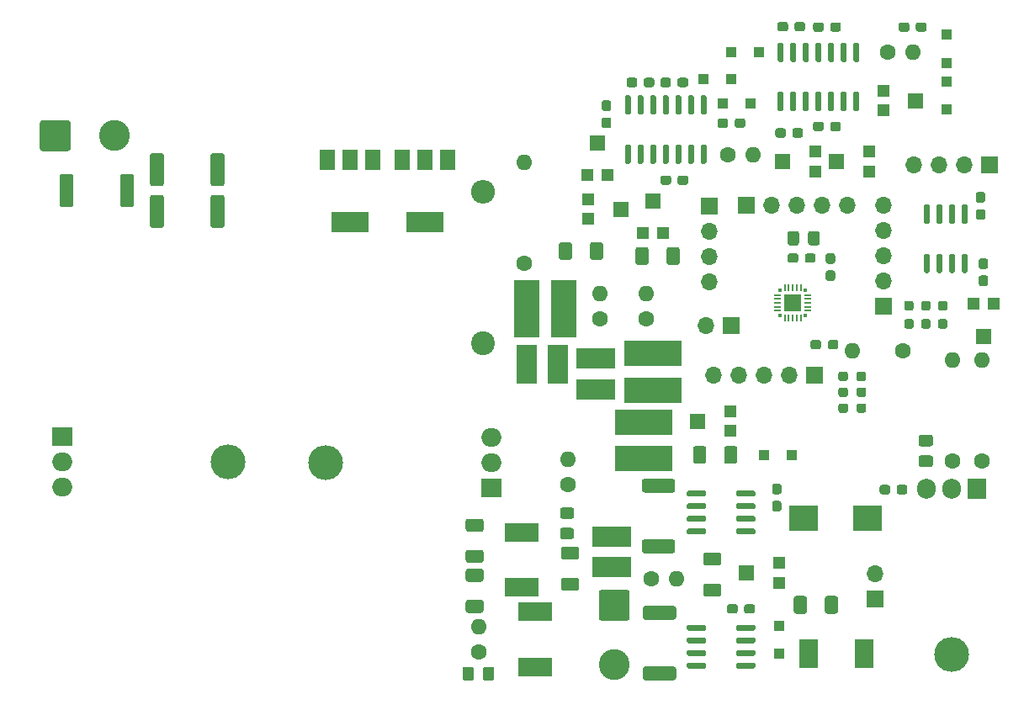
<source format=gbr>
%TF.GenerationSoftware,KiCad,Pcbnew,5.1.9-73d0e3b20d~88~ubuntu20.04.1*%
%TF.CreationDate,2021-03-11T22:20:10-06:00*%
%TF.ProjectId,brd,6272642e-6b69-4636-9164-5f7063625858,rev?*%
%TF.SameCoordinates,Original*%
%TF.FileFunction,Soldermask,Top*%
%TF.FilePolarity,Negative*%
%FSLAX46Y46*%
G04 Gerber Fmt 4.6, Leading zero omitted, Abs format (unit mm)*
G04 Created by KiCad (PCBNEW 5.1.9-73d0e3b20d~88~ubuntu20.04.1) date 2021-03-11 22:20:10*
%MOMM*%
%LPD*%
G01*
G04 APERTURE LIST*
%ADD10O,1.600000X1.600000*%
%ADD11C,1.600000*%
%ADD12R,4.000000X2.100000*%
%ADD13R,2.100000X4.000000*%
%ADD14R,5.800000X2.500000*%
%ADD15R,2.500000X5.800000*%
%ADD16R,1.500000X1.600000*%
%ADD17R,1.200000X1.200000*%
%ADD18O,1.905000X2.000000*%
%ADD19R,1.905000X2.000000*%
%ADD20O,3.500000X3.500000*%
%ADD21R,1.600000X1.500000*%
%ADD22O,2.400000X2.400000*%
%ADD23C,2.400000*%
%ADD24O,2.000000X1.905000*%
%ADD25R,2.000000X1.905000*%
%ADD26R,1.500000X2.000000*%
%ADD27R,3.800000X2.000000*%
%ADD28R,1.950000X3.000000*%
%ADD29R,2.950000X2.500000*%
%ADD30R,3.500000X1.850000*%
%ADD31O,1.700000X1.700000*%
%ADD32R,1.700000X1.700000*%
%ADD33C,3.100000*%
%ADD34R,1.800000X1.800000*%
%ADD35R,0.800000X0.200000*%
%ADD36R,0.300000X0.300000*%
%ADD37R,0.200000X0.800000*%
%ADD38R,1.100000X1.100000*%
G04 APERTURE END LIST*
D10*
%TO.C,R24*%
X87940000Y-109200000D03*
D11*
X85400000Y-109200000D03*
%TD*%
D10*
%TO.C,R23*%
X84900000Y-80560000D03*
D11*
X84900000Y-83100000D03*
%TD*%
D10*
%TO.C,R22*%
X80200000Y-80560000D03*
D11*
X80200000Y-83100000D03*
%TD*%
D10*
%TO.C,R21*%
X67975000Y-114085000D03*
D11*
X67975000Y-116625000D03*
%TD*%
D10*
%TO.C,R8*%
X76950000Y-97185000D03*
D11*
X76950000Y-99725000D03*
%TD*%
D12*
%TO.C,L12*%
X81400000Y-108050000D03*
X81400000Y-104950000D03*
%TD*%
%TO.C,L11*%
X79800000Y-87050000D03*
X79800000Y-90150000D03*
%TD*%
D13*
%TO.C,L10*%
X75950000Y-87600000D03*
X72850000Y-87600000D03*
%TD*%
D14*
%TO.C,L9*%
X85500000Y-86550000D03*
X85500000Y-90250000D03*
%TD*%
%TO.C,L8*%
G36*
G01*
X67525000Y-118324999D02*
X67525000Y-119225001D01*
G75*
G02*
X67275001Y-119475000I-249999J0D01*
G01*
X66624999Y-119475000D01*
G75*
G02*
X66375000Y-119225001I0J249999D01*
G01*
X66375000Y-118324999D01*
G75*
G02*
X66624999Y-118075000I249999J0D01*
G01*
X67275001Y-118075000D01*
G75*
G02*
X67525000Y-118324999I0J-249999D01*
G01*
G37*
G36*
G01*
X69575000Y-118324999D02*
X69575000Y-119225001D01*
G75*
G02*
X69325001Y-119475000I-249999J0D01*
G01*
X68674999Y-119475000D01*
G75*
G02*
X68425000Y-119225001I0J249999D01*
G01*
X68425000Y-118324999D01*
G75*
G02*
X68674999Y-118075000I249999J0D01*
G01*
X69325001Y-118075000D01*
G75*
G02*
X69575000Y-118324999I0J-249999D01*
G01*
G37*
%TD*%
%TO.C,L6*%
X84600000Y-97150000D03*
X84600000Y-93450000D03*
%TD*%
%TO.C,L4*%
G36*
G01*
X76449999Y-104090000D02*
X77350001Y-104090000D01*
G75*
G02*
X77600000Y-104339999I0J-249999D01*
G01*
X77600000Y-104990001D01*
G75*
G02*
X77350001Y-105240000I-249999J0D01*
G01*
X76449999Y-105240000D01*
G75*
G02*
X76200000Y-104990001I0J249999D01*
G01*
X76200000Y-104339999D01*
G75*
G02*
X76449999Y-104090000I249999J0D01*
G01*
G37*
G36*
G01*
X76449999Y-102040000D02*
X77350001Y-102040000D01*
G75*
G02*
X77600000Y-102289999I0J-249999D01*
G01*
X77600000Y-102940001D01*
G75*
G02*
X77350001Y-103190000I-249999J0D01*
G01*
X76449999Y-103190000D01*
G75*
G02*
X76200000Y-102940001I0J249999D01*
G01*
X76200000Y-102289999D01*
G75*
G02*
X76449999Y-102040000I249999J0D01*
G01*
G37*
%TD*%
D15*
%TO.C,L3*%
X76550000Y-82000000D03*
X72850000Y-82000000D03*
%TD*%
%TO.C,C18*%
G36*
G01*
X92150002Y-107900000D02*
X90849998Y-107900000D01*
G75*
G02*
X90600000Y-107650002I0J249998D01*
G01*
X90600000Y-106824998D01*
G75*
G02*
X90849998Y-106575000I249998J0D01*
G01*
X92150002Y-106575000D01*
G75*
G02*
X92400000Y-106824998I0J-249998D01*
G01*
X92400000Y-107650002D01*
G75*
G02*
X92150002Y-107900000I-249998J0D01*
G01*
G37*
G36*
G01*
X92150002Y-111025000D02*
X90849998Y-111025000D01*
G75*
G02*
X90600000Y-110775002I0J249998D01*
G01*
X90600000Y-109949998D01*
G75*
G02*
X90849998Y-109700000I249998J0D01*
G01*
X92150002Y-109700000D01*
G75*
G02*
X92400000Y-109949998I0J-249998D01*
G01*
X92400000Y-110775002D01*
G75*
G02*
X92150002Y-111025000I-249998J0D01*
G01*
G37*
%TD*%
%TO.C,C7*%
G36*
G01*
X76549998Y-109100000D02*
X77850002Y-109100000D01*
G75*
G02*
X78100000Y-109349998I0J-249998D01*
G01*
X78100000Y-110175002D01*
G75*
G02*
X77850002Y-110425000I-249998J0D01*
G01*
X76549998Y-110425000D01*
G75*
G02*
X76300000Y-110175002I0J249998D01*
G01*
X76300000Y-109349998D01*
G75*
G02*
X76549998Y-109100000I249998J0D01*
G01*
G37*
G36*
G01*
X76549998Y-105975000D02*
X77850002Y-105975000D01*
G75*
G02*
X78100000Y-106224998I0J-249998D01*
G01*
X78100000Y-107050002D01*
G75*
G02*
X77850002Y-107300000I-249998J0D01*
G01*
X76549998Y-107300000D01*
G75*
G02*
X76300000Y-107050002I0J249998D01*
G01*
X76300000Y-106224998D01*
G75*
G02*
X76549998Y-105975000I249998J0D01*
G01*
G37*
%TD*%
D16*
%TO.C,RV5*%
X90050000Y-93350000D03*
D17*
X93300000Y-92350000D03*
X93300000Y-94350000D03*
%TD*%
D10*
%TO.C,R9*%
X111685100Y-56221900D03*
D11*
X109145100Y-56221900D03*
%TD*%
D10*
%TO.C,R7*%
X95591500Y-66559000D03*
D11*
X93051500Y-66559000D03*
%TD*%
D10*
%TO.C,R14*%
X105620000Y-86250000D03*
D11*
X110700000Y-86250000D03*
%TD*%
%TO.C,U6*%
G36*
G01*
X116765468Y-76500648D02*
X117065468Y-76500648D01*
G75*
G02*
X117215468Y-76650648I0J-150000D01*
G01*
X117215468Y-78300648D01*
G75*
G02*
X117065468Y-78450648I-150000J0D01*
G01*
X116765468Y-78450648D01*
G75*
G02*
X116615468Y-78300648I0J150000D01*
G01*
X116615468Y-76650648D01*
G75*
G02*
X116765468Y-76500648I150000J0D01*
G01*
G37*
G36*
G01*
X115495468Y-76500648D02*
X115795468Y-76500648D01*
G75*
G02*
X115945468Y-76650648I0J-150000D01*
G01*
X115945468Y-78300648D01*
G75*
G02*
X115795468Y-78450648I-150000J0D01*
G01*
X115495468Y-78450648D01*
G75*
G02*
X115345468Y-78300648I0J150000D01*
G01*
X115345468Y-76650648D01*
G75*
G02*
X115495468Y-76500648I150000J0D01*
G01*
G37*
G36*
G01*
X114225468Y-76500648D02*
X114525468Y-76500648D01*
G75*
G02*
X114675468Y-76650648I0J-150000D01*
G01*
X114675468Y-78300648D01*
G75*
G02*
X114525468Y-78450648I-150000J0D01*
G01*
X114225468Y-78450648D01*
G75*
G02*
X114075468Y-78300648I0J150000D01*
G01*
X114075468Y-76650648D01*
G75*
G02*
X114225468Y-76500648I150000J0D01*
G01*
G37*
G36*
G01*
X112955468Y-76500648D02*
X113255468Y-76500648D01*
G75*
G02*
X113405468Y-76650648I0J-150000D01*
G01*
X113405468Y-78300648D01*
G75*
G02*
X113255468Y-78450648I-150000J0D01*
G01*
X112955468Y-78450648D01*
G75*
G02*
X112805468Y-78300648I0J150000D01*
G01*
X112805468Y-76650648D01*
G75*
G02*
X112955468Y-76500648I150000J0D01*
G01*
G37*
G36*
G01*
X112955468Y-71550648D02*
X113255468Y-71550648D01*
G75*
G02*
X113405468Y-71700648I0J-150000D01*
G01*
X113405468Y-73350648D01*
G75*
G02*
X113255468Y-73500648I-150000J0D01*
G01*
X112955468Y-73500648D01*
G75*
G02*
X112805468Y-73350648I0J150000D01*
G01*
X112805468Y-71700648D01*
G75*
G02*
X112955468Y-71550648I150000J0D01*
G01*
G37*
G36*
G01*
X114225468Y-71550648D02*
X114525468Y-71550648D01*
G75*
G02*
X114675468Y-71700648I0J-150000D01*
G01*
X114675468Y-73350648D01*
G75*
G02*
X114525468Y-73500648I-150000J0D01*
G01*
X114225468Y-73500648D01*
G75*
G02*
X114075468Y-73350648I0J150000D01*
G01*
X114075468Y-71700648D01*
G75*
G02*
X114225468Y-71550648I150000J0D01*
G01*
G37*
G36*
G01*
X115495468Y-71550648D02*
X115795468Y-71550648D01*
G75*
G02*
X115945468Y-71700648I0J-150000D01*
G01*
X115945468Y-73350648D01*
G75*
G02*
X115795468Y-73500648I-150000J0D01*
G01*
X115495468Y-73500648D01*
G75*
G02*
X115345468Y-73350648I0J150000D01*
G01*
X115345468Y-71700648D01*
G75*
G02*
X115495468Y-71550648I150000J0D01*
G01*
G37*
G36*
G01*
X116765468Y-71550648D02*
X117065468Y-71550648D01*
G75*
G02*
X117215468Y-71700648I0J-150000D01*
G01*
X117215468Y-73350648D01*
G75*
G02*
X117065468Y-73500648I-150000J0D01*
G01*
X116765468Y-73500648D01*
G75*
G02*
X116615468Y-73350648I0J150000D01*
G01*
X116615468Y-71700648D01*
G75*
G02*
X116765468Y-71550648I150000J0D01*
G01*
G37*
%TD*%
D18*
%TO.C,U5*%
X113070000Y-100200000D03*
X115610000Y-100200000D03*
D19*
X118150000Y-100200000D03*
D20*
X115610000Y-116860000D03*
%TD*%
%TO.C,U4*%
G36*
G01*
X90900000Y-104305000D02*
X90900000Y-104605000D01*
G75*
G02*
X90750000Y-104755000I-150000J0D01*
G01*
X89100000Y-104755000D01*
G75*
G02*
X88950000Y-104605000I0J150000D01*
G01*
X88950000Y-104305000D01*
G75*
G02*
X89100000Y-104155000I150000J0D01*
G01*
X90750000Y-104155000D01*
G75*
G02*
X90900000Y-104305000I0J-150000D01*
G01*
G37*
G36*
G01*
X90900000Y-103035000D02*
X90900000Y-103335000D01*
G75*
G02*
X90750000Y-103485000I-150000J0D01*
G01*
X89100000Y-103485000D01*
G75*
G02*
X88950000Y-103335000I0J150000D01*
G01*
X88950000Y-103035000D01*
G75*
G02*
X89100000Y-102885000I150000J0D01*
G01*
X90750000Y-102885000D01*
G75*
G02*
X90900000Y-103035000I0J-150000D01*
G01*
G37*
G36*
G01*
X90900000Y-101765000D02*
X90900000Y-102065000D01*
G75*
G02*
X90750000Y-102215000I-150000J0D01*
G01*
X89100000Y-102215000D01*
G75*
G02*
X88950000Y-102065000I0J150000D01*
G01*
X88950000Y-101765000D01*
G75*
G02*
X89100000Y-101615000I150000J0D01*
G01*
X90750000Y-101615000D01*
G75*
G02*
X90900000Y-101765000I0J-150000D01*
G01*
G37*
G36*
G01*
X90900000Y-100495000D02*
X90900000Y-100795000D01*
G75*
G02*
X90750000Y-100945000I-150000J0D01*
G01*
X89100000Y-100945000D01*
G75*
G02*
X88950000Y-100795000I0J150000D01*
G01*
X88950000Y-100495000D01*
G75*
G02*
X89100000Y-100345000I150000J0D01*
G01*
X90750000Y-100345000D01*
G75*
G02*
X90900000Y-100495000I0J-150000D01*
G01*
G37*
G36*
G01*
X95850000Y-100495000D02*
X95850000Y-100795000D01*
G75*
G02*
X95700000Y-100945000I-150000J0D01*
G01*
X94050000Y-100945000D01*
G75*
G02*
X93900000Y-100795000I0J150000D01*
G01*
X93900000Y-100495000D01*
G75*
G02*
X94050000Y-100345000I150000J0D01*
G01*
X95700000Y-100345000D01*
G75*
G02*
X95850000Y-100495000I0J-150000D01*
G01*
G37*
G36*
G01*
X95850000Y-101765000D02*
X95850000Y-102065000D01*
G75*
G02*
X95700000Y-102215000I-150000J0D01*
G01*
X94050000Y-102215000D01*
G75*
G02*
X93900000Y-102065000I0J150000D01*
G01*
X93900000Y-101765000D01*
G75*
G02*
X94050000Y-101615000I150000J0D01*
G01*
X95700000Y-101615000D01*
G75*
G02*
X95850000Y-101765000I0J-150000D01*
G01*
G37*
G36*
G01*
X95850000Y-103035000D02*
X95850000Y-103335000D01*
G75*
G02*
X95700000Y-103485000I-150000J0D01*
G01*
X94050000Y-103485000D01*
G75*
G02*
X93900000Y-103335000I0J150000D01*
G01*
X93900000Y-103035000D01*
G75*
G02*
X94050000Y-102885000I150000J0D01*
G01*
X95700000Y-102885000D01*
G75*
G02*
X95850000Y-103035000I0J-150000D01*
G01*
G37*
G36*
G01*
X95850000Y-104305000D02*
X95850000Y-104605000D01*
G75*
G02*
X95700000Y-104755000I-150000J0D01*
G01*
X94050000Y-104755000D01*
G75*
G02*
X93900000Y-104605000I0J150000D01*
G01*
X93900000Y-104305000D01*
G75*
G02*
X94050000Y-104155000I150000J0D01*
G01*
X95700000Y-104155000D01*
G75*
G02*
X95850000Y-104305000I0J-150000D01*
G01*
G37*
%TD*%
%TO.C,U3*%
G36*
G01*
X90900000Y-117805000D02*
X90900000Y-118105000D01*
G75*
G02*
X90750000Y-118255000I-150000J0D01*
G01*
X89100000Y-118255000D01*
G75*
G02*
X88950000Y-118105000I0J150000D01*
G01*
X88950000Y-117805000D01*
G75*
G02*
X89100000Y-117655000I150000J0D01*
G01*
X90750000Y-117655000D01*
G75*
G02*
X90900000Y-117805000I0J-150000D01*
G01*
G37*
G36*
G01*
X90900000Y-116535000D02*
X90900000Y-116835000D01*
G75*
G02*
X90750000Y-116985000I-150000J0D01*
G01*
X89100000Y-116985000D01*
G75*
G02*
X88950000Y-116835000I0J150000D01*
G01*
X88950000Y-116535000D01*
G75*
G02*
X89100000Y-116385000I150000J0D01*
G01*
X90750000Y-116385000D01*
G75*
G02*
X90900000Y-116535000I0J-150000D01*
G01*
G37*
G36*
G01*
X90900000Y-115265000D02*
X90900000Y-115565000D01*
G75*
G02*
X90750000Y-115715000I-150000J0D01*
G01*
X89100000Y-115715000D01*
G75*
G02*
X88950000Y-115565000I0J150000D01*
G01*
X88950000Y-115265000D01*
G75*
G02*
X89100000Y-115115000I150000J0D01*
G01*
X90750000Y-115115000D01*
G75*
G02*
X90900000Y-115265000I0J-150000D01*
G01*
G37*
G36*
G01*
X90900000Y-113995000D02*
X90900000Y-114295000D01*
G75*
G02*
X90750000Y-114445000I-150000J0D01*
G01*
X89100000Y-114445000D01*
G75*
G02*
X88950000Y-114295000I0J150000D01*
G01*
X88950000Y-113995000D01*
G75*
G02*
X89100000Y-113845000I150000J0D01*
G01*
X90750000Y-113845000D01*
G75*
G02*
X90900000Y-113995000I0J-150000D01*
G01*
G37*
G36*
G01*
X95850000Y-113995000D02*
X95850000Y-114295000D01*
G75*
G02*
X95700000Y-114445000I-150000J0D01*
G01*
X94050000Y-114445000D01*
G75*
G02*
X93900000Y-114295000I0J150000D01*
G01*
X93900000Y-113995000D01*
G75*
G02*
X94050000Y-113845000I150000J0D01*
G01*
X95700000Y-113845000D01*
G75*
G02*
X95850000Y-113995000I0J-150000D01*
G01*
G37*
G36*
G01*
X95850000Y-115265000D02*
X95850000Y-115565000D01*
G75*
G02*
X95700000Y-115715000I-150000J0D01*
G01*
X94050000Y-115715000D01*
G75*
G02*
X93900000Y-115565000I0J150000D01*
G01*
X93900000Y-115265000D01*
G75*
G02*
X94050000Y-115115000I150000J0D01*
G01*
X95700000Y-115115000D01*
G75*
G02*
X95850000Y-115265000I0J-150000D01*
G01*
G37*
G36*
G01*
X95850000Y-116535000D02*
X95850000Y-116835000D01*
G75*
G02*
X95700000Y-116985000I-150000J0D01*
G01*
X94050000Y-116985000D01*
G75*
G02*
X93900000Y-116835000I0J150000D01*
G01*
X93900000Y-116535000D01*
G75*
G02*
X94050000Y-116385000I150000J0D01*
G01*
X95700000Y-116385000D01*
G75*
G02*
X95850000Y-116535000I0J-150000D01*
G01*
G37*
G36*
G01*
X95850000Y-117805000D02*
X95850000Y-118105000D01*
G75*
G02*
X95700000Y-118255000I-150000J0D01*
G01*
X94050000Y-118255000D01*
G75*
G02*
X93900000Y-118105000I0J150000D01*
G01*
X93900000Y-117805000D01*
G75*
G02*
X94050000Y-117655000I150000J0D01*
G01*
X95700000Y-117655000D01*
G75*
G02*
X95850000Y-117805000I0J-150000D01*
G01*
G37*
%TD*%
%TO.C,U2*%
G36*
G01*
X98538200Y-57198400D02*
X98238200Y-57198400D01*
G75*
G02*
X98088200Y-57048400I0J150000D01*
G01*
X98088200Y-55398400D01*
G75*
G02*
X98238200Y-55248400I150000J0D01*
G01*
X98538200Y-55248400D01*
G75*
G02*
X98688200Y-55398400I0J-150000D01*
G01*
X98688200Y-57048400D01*
G75*
G02*
X98538200Y-57198400I-150000J0D01*
G01*
G37*
G36*
G01*
X99808200Y-57198400D02*
X99508200Y-57198400D01*
G75*
G02*
X99358200Y-57048400I0J150000D01*
G01*
X99358200Y-55398400D01*
G75*
G02*
X99508200Y-55248400I150000J0D01*
G01*
X99808200Y-55248400D01*
G75*
G02*
X99958200Y-55398400I0J-150000D01*
G01*
X99958200Y-57048400D01*
G75*
G02*
X99808200Y-57198400I-150000J0D01*
G01*
G37*
G36*
G01*
X101078200Y-57198400D02*
X100778200Y-57198400D01*
G75*
G02*
X100628200Y-57048400I0J150000D01*
G01*
X100628200Y-55398400D01*
G75*
G02*
X100778200Y-55248400I150000J0D01*
G01*
X101078200Y-55248400D01*
G75*
G02*
X101228200Y-55398400I0J-150000D01*
G01*
X101228200Y-57048400D01*
G75*
G02*
X101078200Y-57198400I-150000J0D01*
G01*
G37*
G36*
G01*
X102348200Y-57198400D02*
X102048200Y-57198400D01*
G75*
G02*
X101898200Y-57048400I0J150000D01*
G01*
X101898200Y-55398400D01*
G75*
G02*
X102048200Y-55248400I150000J0D01*
G01*
X102348200Y-55248400D01*
G75*
G02*
X102498200Y-55398400I0J-150000D01*
G01*
X102498200Y-57048400D01*
G75*
G02*
X102348200Y-57198400I-150000J0D01*
G01*
G37*
G36*
G01*
X103618200Y-57198400D02*
X103318200Y-57198400D01*
G75*
G02*
X103168200Y-57048400I0J150000D01*
G01*
X103168200Y-55398400D01*
G75*
G02*
X103318200Y-55248400I150000J0D01*
G01*
X103618200Y-55248400D01*
G75*
G02*
X103768200Y-55398400I0J-150000D01*
G01*
X103768200Y-57048400D01*
G75*
G02*
X103618200Y-57198400I-150000J0D01*
G01*
G37*
G36*
G01*
X104888200Y-57198400D02*
X104588200Y-57198400D01*
G75*
G02*
X104438200Y-57048400I0J150000D01*
G01*
X104438200Y-55398400D01*
G75*
G02*
X104588200Y-55248400I150000J0D01*
G01*
X104888200Y-55248400D01*
G75*
G02*
X105038200Y-55398400I0J-150000D01*
G01*
X105038200Y-57048400D01*
G75*
G02*
X104888200Y-57198400I-150000J0D01*
G01*
G37*
G36*
G01*
X106158200Y-57198400D02*
X105858200Y-57198400D01*
G75*
G02*
X105708200Y-57048400I0J150000D01*
G01*
X105708200Y-55398400D01*
G75*
G02*
X105858200Y-55248400I150000J0D01*
G01*
X106158200Y-55248400D01*
G75*
G02*
X106308200Y-55398400I0J-150000D01*
G01*
X106308200Y-57048400D01*
G75*
G02*
X106158200Y-57198400I-150000J0D01*
G01*
G37*
G36*
G01*
X106158200Y-62148400D02*
X105858200Y-62148400D01*
G75*
G02*
X105708200Y-61998400I0J150000D01*
G01*
X105708200Y-60348400D01*
G75*
G02*
X105858200Y-60198400I150000J0D01*
G01*
X106158200Y-60198400D01*
G75*
G02*
X106308200Y-60348400I0J-150000D01*
G01*
X106308200Y-61998400D01*
G75*
G02*
X106158200Y-62148400I-150000J0D01*
G01*
G37*
G36*
G01*
X104888200Y-62148400D02*
X104588200Y-62148400D01*
G75*
G02*
X104438200Y-61998400I0J150000D01*
G01*
X104438200Y-60348400D01*
G75*
G02*
X104588200Y-60198400I150000J0D01*
G01*
X104888200Y-60198400D01*
G75*
G02*
X105038200Y-60348400I0J-150000D01*
G01*
X105038200Y-61998400D01*
G75*
G02*
X104888200Y-62148400I-150000J0D01*
G01*
G37*
G36*
G01*
X103618200Y-62148400D02*
X103318200Y-62148400D01*
G75*
G02*
X103168200Y-61998400I0J150000D01*
G01*
X103168200Y-60348400D01*
G75*
G02*
X103318200Y-60198400I150000J0D01*
G01*
X103618200Y-60198400D01*
G75*
G02*
X103768200Y-60348400I0J-150000D01*
G01*
X103768200Y-61998400D01*
G75*
G02*
X103618200Y-62148400I-150000J0D01*
G01*
G37*
G36*
G01*
X102348200Y-62148400D02*
X102048200Y-62148400D01*
G75*
G02*
X101898200Y-61998400I0J150000D01*
G01*
X101898200Y-60348400D01*
G75*
G02*
X102048200Y-60198400I150000J0D01*
G01*
X102348200Y-60198400D01*
G75*
G02*
X102498200Y-60348400I0J-150000D01*
G01*
X102498200Y-61998400D01*
G75*
G02*
X102348200Y-62148400I-150000J0D01*
G01*
G37*
G36*
G01*
X101078200Y-62148400D02*
X100778200Y-62148400D01*
G75*
G02*
X100628200Y-61998400I0J150000D01*
G01*
X100628200Y-60348400D01*
G75*
G02*
X100778200Y-60198400I150000J0D01*
G01*
X101078200Y-60198400D01*
G75*
G02*
X101228200Y-60348400I0J-150000D01*
G01*
X101228200Y-61998400D01*
G75*
G02*
X101078200Y-62148400I-150000J0D01*
G01*
G37*
G36*
G01*
X99808200Y-62148400D02*
X99508200Y-62148400D01*
G75*
G02*
X99358200Y-61998400I0J150000D01*
G01*
X99358200Y-60348400D01*
G75*
G02*
X99508200Y-60198400I150000J0D01*
G01*
X99808200Y-60198400D01*
G75*
G02*
X99958200Y-60348400I0J-150000D01*
G01*
X99958200Y-61998400D01*
G75*
G02*
X99808200Y-62148400I-150000J0D01*
G01*
G37*
G36*
G01*
X98538200Y-62148400D02*
X98238200Y-62148400D01*
G75*
G02*
X98088200Y-61998400I0J150000D01*
G01*
X98088200Y-60348400D01*
G75*
G02*
X98238200Y-60198400I150000J0D01*
G01*
X98538200Y-60198400D01*
G75*
G02*
X98688200Y-60348400I0J-150000D01*
G01*
X98688200Y-61998400D01*
G75*
G02*
X98538200Y-62148400I-150000J0D01*
G01*
G37*
%TD*%
%TO.C,U1*%
G36*
G01*
X83168500Y-62519000D02*
X82868500Y-62519000D01*
G75*
G02*
X82718500Y-62369000I0J150000D01*
G01*
X82718500Y-60719000D01*
G75*
G02*
X82868500Y-60569000I150000J0D01*
G01*
X83168500Y-60569000D01*
G75*
G02*
X83318500Y-60719000I0J-150000D01*
G01*
X83318500Y-62369000D01*
G75*
G02*
X83168500Y-62519000I-150000J0D01*
G01*
G37*
G36*
G01*
X84438500Y-62519000D02*
X84138500Y-62519000D01*
G75*
G02*
X83988500Y-62369000I0J150000D01*
G01*
X83988500Y-60719000D01*
G75*
G02*
X84138500Y-60569000I150000J0D01*
G01*
X84438500Y-60569000D01*
G75*
G02*
X84588500Y-60719000I0J-150000D01*
G01*
X84588500Y-62369000D01*
G75*
G02*
X84438500Y-62519000I-150000J0D01*
G01*
G37*
G36*
G01*
X85708500Y-62519000D02*
X85408500Y-62519000D01*
G75*
G02*
X85258500Y-62369000I0J150000D01*
G01*
X85258500Y-60719000D01*
G75*
G02*
X85408500Y-60569000I150000J0D01*
G01*
X85708500Y-60569000D01*
G75*
G02*
X85858500Y-60719000I0J-150000D01*
G01*
X85858500Y-62369000D01*
G75*
G02*
X85708500Y-62519000I-150000J0D01*
G01*
G37*
G36*
G01*
X86978500Y-62519000D02*
X86678500Y-62519000D01*
G75*
G02*
X86528500Y-62369000I0J150000D01*
G01*
X86528500Y-60719000D01*
G75*
G02*
X86678500Y-60569000I150000J0D01*
G01*
X86978500Y-60569000D01*
G75*
G02*
X87128500Y-60719000I0J-150000D01*
G01*
X87128500Y-62369000D01*
G75*
G02*
X86978500Y-62519000I-150000J0D01*
G01*
G37*
G36*
G01*
X88248500Y-62519000D02*
X87948500Y-62519000D01*
G75*
G02*
X87798500Y-62369000I0J150000D01*
G01*
X87798500Y-60719000D01*
G75*
G02*
X87948500Y-60569000I150000J0D01*
G01*
X88248500Y-60569000D01*
G75*
G02*
X88398500Y-60719000I0J-150000D01*
G01*
X88398500Y-62369000D01*
G75*
G02*
X88248500Y-62519000I-150000J0D01*
G01*
G37*
G36*
G01*
X89518500Y-62519000D02*
X89218500Y-62519000D01*
G75*
G02*
X89068500Y-62369000I0J150000D01*
G01*
X89068500Y-60719000D01*
G75*
G02*
X89218500Y-60569000I150000J0D01*
G01*
X89518500Y-60569000D01*
G75*
G02*
X89668500Y-60719000I0J-150000D01*
G01*
X89668500Y-62369000D01*
G75*
G02*
X89518500Y-62519000I-150000J0D01*
G01*
G37*
G36*
G01*
X90788500Y-62519000D02*
X90488500Y-62519000D01*
G75*
G02*
X90338500Y-62369000I0J150000D01*
G01*
X90338500Y-60719000D01*
G75*
G02*
X90488500Y-60569000I150000J0D01*
G01*
X90788500Y-60569000D01*
G75*
G02*
X90938500Y-60719000I0J-150000D01*
G01*
X90938500Y-62369000D01*
G75*
G02*
X90788500Y-62519000I-150000J0D01*
G01*
G37*
G36*
G01*
X90788500Y-67469000D02*
X90488500Y-67469000D01*
G75*
G02*
X90338500Y-67319000I0J150000D01*
G01*
X90338500Y-65669000D01*
G75*
G02*
X90488500Y-65519000I150000J0D01*
G01*
X90788500Y-65519000D01*
G75*
G02*
X90938500Y-65669000I0J-150000D01*
G01*
X90938500Y-67319000D01*
G75*
G02*
X90788500Y-67469000I-150000J0D01*
G01*
G37*
G36*
G01*
X89518500Y-67469000D02*
X89218500Y-67469000D01*
G75*
G02*
X89068500Y-67319000I0J150000D01*
G01*
X89068500Y-65669000D01*
G75*
G02*
X89218500Y-65519000I150000J0D01*
G01*
X89518500Y-65519000D01*
G75*
G02*
X89668500Y-65669000I0J-150000D01*
G01*
X89668500Y-67319000D01*
G75*
G02*
X89518500Y-67469000I-150000J0D01*
G01*
G37*
G36*
G01*
X88248500Y-67469000D02*
X87948500Y-67469000D01*
G75*
G02*
X87798500Y-67319000I0J150000D01*
G01*
X87798500Y-65669000D01*
G75*
G02*
X87948500Y-65519000I150000J0D01*
G01*
X88248500Y-65519000D01*
G75*
G02*
X88398500Y-65669000I0J-150000D01*
G01*
X88398500Y-67319000D01*
G75*
G02*
X88248500Y-67469000I-150000J0D01*
G01*
G37*
G36*
G01*
X86978500Y-67469000D02*
X86678500Y-67469000D01*
G75*
G02*
X86528500Y-67319000I0J150000D01*
G01*
X86528500Y-65669000D01*
G75*
G02*
X86678500Y-65519000I150000J0D01*
G01*
X86978500Y-65519000D01*
G75*
G02*
X87128500Y-65669000I0J-150000D01*
G01*
X87128500Y-67319000D01*
G75*
G02*
X86978500Y-67469000I-150000J0D01*
G01*
G37*
G36*
G01*
X85708500Y-67469000D02*
X85408500Y-67469000D01*
G75*
G02*
X85258500Y-67319000I0J150000D01*
G01*
X85258500Y-65669000D01*
G75*
G02*
X85408500Y-65519000I150000J0D01*
G01*
X85708500Y-65519000D01*
G75*
G02*
X85858500Y-65669000I0J-150000D01*
G01*
X85858500Y-67319000D01*
G75*
G02*
X85708500Y-67469000I-150000J0D01*
G01*
G37*
G36*
G01*
X84438500Y-67469000D02*
X84138500Y-67469000D01*
G75*
G02*
X83988500Y-67319000I0J150000D01*
G01*
X83988500Y-65669000D01*
G75*
G02*
X84138500Y-65519000I150000J0D01*
G01*
X84438500Y-65519000D01*
G75*
G02*
X84588500Y-65669000I0J-150000D01*
G01*
X84588500Y-67319000D01*
G75*
G02*
X84438500Y-67469000I-150000J0D01*
G01*
G37*
G36*
G01*
X83168500Y-67469000D02*
X82868500Y-67469000D01*
G75*
G02*
X82718500Y-67319000I0J150000D01*
G01*
X82718500Y-65669000D01*
G75*
G02*
X82868500Y-65519000I150000J0D01*
G01*
X83168500Y-65519000D01*
G75*
G02*
X83318500Y-65669000I0J-150000D01*
G01*
X83318500Y-67319000D01*
G75*
G02*
X83168500Y-67469000I-150000J0D01*
G01*
G37*
%TD*%
D21*
%TO.C,RV9*%
X79970500Y-65363000D03*
D17*
X80970500Y-68613000D03*
X78970500Y-68613000D03*
%TD*%
D16*
%TO.C,RV8*%
X98590000Y-67210000D03*
D17*
X101840000Y-66210000D03*
X101840000Y-68210000D03*
%TD*%
D16*
%TO.C,RV7*%
X94950000Y-108650000D03*
D17*
X98200000Y-107650000D03*
X98200000Y-109650000D03*
%TD*%
D21*
%TO.C,RV6*%
X118800000Y-84800000D03*
D17*
X117800000Y-81550000D03*
X119800000Y-81550000D03*
%TD*%
D21*
%TO.C,RV4*%
X85558500Y-71205000D03*
D17*
X86558500Y-74455000D03*
X84558500Y-74455000D03*
%TD*%
D16*
%TO.C,RV3*%
X82309500Y-72020000D03*
D17*
X79059500Y-73020000D03*
X79059500Y-71020000D03*
%TD*%
D16*
%TO.C,RV2*%
X111948200Y-61098400D03*
D17*
X108698200Y-62098400D03*
X108698200Y-60098400D03*
%TD*%
D16*
%TO.C,RV1*%
X104040000Y-67210000D03*
D17*
X107290000Y-66210000D03*
X107290000Y-68210000D03*
%TD*%
%TO.C,R20*%
G36*
G01*
X114462500Y-83075000D02*
X114937500Y-83075000D01*
G75*
G02*
X115175000Y-83312500I0J-237500D01*
G01*
X115175000Y-83812500D01*
G75*
G02*
X114937500Y-84050000I-237500J0D01*
G01*
X114462500Y-84050000D01*
G75*
G02*
X114225000Y-83812500I0J237500D01*
G01*
X114225000Y-83312500D01*
G75*
G02*
X114462500Y-83075000I237500J0D01*
G01*
G37*
G36*
G01*
X114462500Y-81250000D02*
X114937500Y-81250000D01*
G75*
G02*
X115175000Y-81487500I0J-237500D01*
G01*
X115175000Y-81987500D01*
G75*
G02*
X114937500Y-82225000I-237500J0D01*
G01*
X114462500Y-82225000D01*
G75*
G02*
X114225000Y-81987500I0J237500D01*
G01*
X114225000Y-81487500D01*
G75*
G02*
X114462500Y-81250000I237500J0D01*
G01*
G37*
%TD*%
%TO.C,R19*%
G36*
G01*
X111062500Y-83075000D02*
X111537500Y-83075000D01*
G75*
G02*
X111775000Y-83312500I0J-237500D01*
G01*
X111775000Y-83812500D01*
G75*
G02*
X111537500Y-84050000I-237500J0D01*
G01*
X111062500Y-84050000D01*
G75*
G02*
X110825000Y-83812500I0J237500D01*
G01*
X110825000Y-83312500D01*
G75*
G02*
X111062500Y-83075000I237500J0D01*
G01*
G37*
G36*
G01*
X111062500Y-81250000D02*
X111537500Y-81250000D01*
G75*
G02*
X111775000Y-81487500I0J-237500D01*
G01*
X111775000Y-81987500D01*
G75*
G02*
X111537500Y-82225000I-237500J0D01*
G01*
X111062500Y-82225000D01*
G75*
G02*
X110825000Y-81987500I0J237500D01*
G01*
X110825000Y-81487500D01*
G75*
G02*
X111062500Y-81250000I237500J0D01*
G01*
G37*
%TD*%
%TO.C,R18*%
G36*
G01*
X106025000Y-92287500D02*
X106025000Y-91812500D01*
G75*
G02*
X106262500Y-91575000I237500J0D01*
G01*
X106762500Y-91575000D01*
G75*
G02*
X107000000Y-91812500I0J-237500D01*
G01*
X107000000Y-92287500D01*
G75*
G02*
X106762500Y-92525000I-237500J0D01*
G01*
X106262500Y-92525000D01*
G75*
G02*
X106025000Y-92287500I0J237500D01*
G01*
G37*
G36*
G01*
X104200000Y-92287500D02*
X104200000Y-91812500D01*
G75*
G02*
X104437500Y-91575000I237500J0D01*
G01*
X104937500Y-91575000D01*
G75*
G02*
X105175000Y-91812500I0J-237500D01*
G01*
X105175000Y-92287500D01*
G75*
G02*
X104937500Y-92525000I-237500J0D01*
G01*
X104437500Y-92525000D01*
G75*
G02*
X104200000Y-92287500I0J237500D01*
G01*
G37*
%TD*%
%TO.C,R17*%
G36*
G01*
X106025000Y-89087500D02*
X106025000Y-88612500D01*
G75*
G02*
X106262500Y-88375000I237500J0D01*
G01*
X106762500Y-88375000D01*
G75*
G02*
X107000000Y-88612500I0J-237500D01*
G01*
X107000000Y-89087500D01*
G75*
G02*
X106762500Y-89325000I-237500J0D01*
G01*
X106262500Y-89325000D01*
G75*
G02*
X106025000Y-89087500I0J237500D01*
G01*
G37*
G36*
G01*
X104200000Y-89087500D02*
X104200000Y-88612500D01*
G75*
G02*
X104437500Y-88375000I237500J0D01*
G01*
X104937500Y-88375000D01*
G75*
G02*
X105175000Y-88612500I0J-237500D01*
G01*
X105175000Y-89087500D01*
G75*
G02*
X104937500Y-89325000I-237500J0D01*
G01*
X104437500Y-89325000D01*
G75*
G02*
X104200000Y-89087500I0J237500D01*
G01*
G37*
%TD*%
%TO.C,R16*%
G36*
G01*
X113237500Y-82225000D02*
X112762500Y-82225000D01*
G75*
G02*
X112525000Y-81987500I0J237500D01*
G01*
X112525000Y-81487500D01*
G75*
G02*
X112762500Y-81250000I237500J0D01*
G01*
X113237500Y-81250000D01*
G75*
G02*
X113475000Y-81487500I0J-237500D01*
G01*
X113475000Y-81987500D01*
G75*
G02*
X113237500Y-82225000I-237500J0D01*
G01*
G37*
G36*
G01*
X113237500Y-84050000D02*
X112762500Y-84050000D01*
G75*
G02*
X112525000Y-83812500I0J237500D01*
G01*
X112525000Y-83312500D01*
G75*
G02*
X112762500Y-83075000I237500J0D01*
G01*
X113237500Y-83075000D01*
G75*
G02*
X113475000Y-83312500I0J-237500D01*
G01*
X113475000Y-83812500D01*
G75*
G02*
X113237500Y-84050000I-237500J0D01*
G01*
G37*
%TD*%
%TO.C,R15*%
G36*
G01*
X105175000Y-90212500D02*
X105175000Y-90687500D01*
G75*
G02*
X104937500Y-90925000I-237500J0D01*
G01*
X104437500Y-90925000D01*
G75*
G02*
X104200000Y-90687500I0J237500D01*
G01*
X104200000Y-90212500D01*
G75*
G02*
X104437500Y-89975000I237500J0D01*
G01*
X104937500Y-89975000D01*
G75*
G02*
X105175000Y-90212500I0J-237500D01*
G01*
G37*
G36*
G01*
X107000000Y-90212500D02*
X107000000Y-90687500D01*
G75*
G02*
X106762500Y-90925000I-237500J0D01*
G01*
X106262500Y-90925000D01*
G75*
G02*
X106025000Y-90687500I0J237500D01*
G01*
X106025000Y-90212500D01*
G75*
G02*
X106262500Y-89975000I237500J0D01*
G01*
X106762500Y-89975000D01*
G75*
G02*
X107000000Y-90212500I0J-237500D01*
G01*
G37*
%TD*%
D10*
%TO.C,R13*%
X115650000Y-87200000D03*
D11*
X115650000Y-97360000D03*
%TD*%
D10*
%TO.C,R12*%
X118650000Y-87200000D03*
D11*
X118650000Y-97360000D03*
%TD*%
%TO.C,R11*%
G36*
G01*
X87525001Y-100550000D02*
X84674999Y-100550000D01*
G75*
G02*
X84425000Y-100300001I0J249999D01*
G01*
X84425000Y-99399999D01*
G75*
G02*
X84674999Y-99150000I249999J0D01*
G01*
X87525001Y-99150000D01*
G75*
G02*
X87775000Y-99399999I0J-249999D01*
G01*
X87775000Y-100300001D01*
G75*
G02*
X87525001Y-100550000I-249999J0D01*
G01*
G37*
G36*
G01*
X87525001Y-106650000D02*
X84674999Y-106650000D01*
G75*
G02*
X84425000Y-106400001I0J249999D01*
G01*
X84425000Y-105499999D01*
G75*
G02*
X84674999Y-105250000I249999J0D01*
G01*
X87525001Y-105250000D01*
G75*
G02*
X87775000Y-105499999I0J-249999D01*
G01*
X87775000Y-106400001D01*
G75*
G02*
X87525001Y-106650000I-249999J0D01*
G01*
G37*
%TD*%
%TO.C,R10*%
G36*
G01*
X84774999Y-118050000D02*
X87625001Y-118050000D01*
G75*
G02*
X87875000Y-118299999I0J-249999D01*
G01*
X87875000Y-119200001D01*
G75*
G02*
X87625001Y-119450000I-249999J0D01*
G01*
X84774999Y-119450000D01*
G75*
G02*
X84525000Y-119200001I0J249999D01*
G01*
X84525000Y-118299999D01*
G75*
G02*
X84774999Y-118050000I249999J0D01*
G01*
G37*
G36*
G01*
X84774999Y-111950000D02*
X87625001Y-111950000D01*
G75*
G02*
X87875000Y-112199999I0J-249999D01*
G01*
X87875000Y-113100001D01*
G75*
G02*
X87625001Y-113350000I-249999J0D01*
G01*
X84774999Y-113350000D01*
G75*
G02*
X84525000Y-113100001I0J249999D01*
G01*
X84525000Y-112199999D01*
G75*
G02*
X84774999Y-111950000I249999J0D01*
G01*
G37*
%TD*%
D22*
%TO.C,R6*%
X68400000Y-70260000D03*
D23*
X68400000Y-85500000D03*
%TD*%
%TO.C,R4*%
G36*
G01*
X36325500Y-66619999D02*
X36325500Y-69470001D01*
G75*
G02*
X36075501Y-69720000I-249999J0D01*
G01*
X35175499Y-69720000D01*
G75*
G02*
X34925500Y-69470001I0J249999D01*
G01*
X34925500Y-66619999D01*
G75*
G02*
X35175499Y-66370000I249999J0D01*
G01*
X36075501Y-66370000D01*
G75*
G02*
X36325500Y-66619999I0J-249999D01*
G01*
G37*
G36*
G01*
X42425500Y-66619999D02*
X42425500Y-69470001D01*
G75*
G02*
X42175501Y-69720000I-249999J0D01*
G01*
X41275499Y-69720000D01*
G75*
G02*
X41025500Y-69470001I0J249999D01*
G01*
X41025500Y-66619999D01*
G75*
G02*
X41275499Y-66370000I249999J0D01*
G01*
X42175501Y-66370000D01*
G75*
G02*
X42425500Y-66619999I0J-249999D01*
G01*
G37*
%TD*%
%TO.C,R3*%
G36*
G01*
X27225500Y-68719999D02*
X27225500Y-71570001D01*
G75*
G02*
X26975501Y-71820000I-249999J0D01*
G01*
X26075499Y-71820000D01*
G75*
G02*
X25825500Y-71570001I0J249999D01*
G01*
X25825500Y-68719999D01*
G75*
G02*
X26075499Y-68470000I249999J0D01*
G01*
X26975501Y-68470000D01*
G75*
G02*
X27225500Y-68719999I0J-249999D01*
G01*
G37*
G36*
G01*
X33325500Y-68719999D02*
X33325500Y-71570001D01*
G75*
G02*
X33075501Y-71820000I-249999J0D01*
G01*
X32175499Y-71820000D01*
G75*
G02*
X31925500Y-71570001I0J249999D01*
G01*
X31925500Y-68719999D01*
G75*
G02*
X32175499Y-68470000I249999J0D01*
G01*
X33075501Y-68470000D01*
G75*
G02*
X33325500Y-68719999I0J-249999D01*
G01*
G37*
%TD*%
%TO.C,R2*%
G36*
G01*
X36325500Y-70819999D02*
X36325500Y-73670001D01*
G75*
G02*
X36075501Y-73920000I-249999J0D01*
G01*
X35175499Y-73920000D01*
G75*
G02*
X34925500Y-73670001I0J249999D01*
G01*
X34925500Y-70819999D01*
G75*
G02*
X35175499Y-70570000I249999J0D01*
G01*
X36075501Y-70570000D01*
G75*
G02*
X36325500Y-70819999I0J-249999D01*
G01*
G37*
G36*
G01*
X42425500Y-70819999D02*
X42425500Y-73670001D01*
G75*
G02*
X42175501Y-73920000I-249999J0D01*
G01*
X41275499Y-73920000D01*
G75*
G02*
X41025500Y-73670001I0J249999D01*
G01*
X41025500Y-70819999D01*
G75*
G02*
X41275499Y-70570000I249999J0D01*
G01*
X42175501Y-70570000D01*
G75*
G02*
X42425500Y-70819999I0J-249999D01*
G01*
G37*
%TD*%
D10*
%TO.C,R1*%
X72600000Y-67340000D03*
D11*
X72600000Y-77500000D03*
%TD*%
D24*
%TO.C,Q4*%
X69275500Y-95005000D03*
X69275500Y-97545000D03*
D25*
X69275500Y-100085000D03*
D20*
X52615500Y-97545000D03*
%TD*%
D26*
%TO.C,Q3*%
X57385000Y-67020000D03*
X52785000Y-67020000D03*
X55085000Y-67020000D03*
D27*
X55085000Y-73320000D03*
%TD*%
D24*
%TO.C,Q2*%
X26142500Y-100025000D03*
X26142500Y-97485000D03*
D25*
X26142500Y-94945000D03*
D20*
X42802500Y-97485000D03*
%TD*%
D26*
%TO.C,Q1*%
X64885000Y-67020000D03*
X60285000Y-67020000D03*
X62585000Y-67020000D03*
D27*
X62585000Y-73320000D03*
%TD*%
D28*
%TO.C,L7*%
X106775000Y-116750000D03*
X101225000Y-116750000D03*
%TD*%
D29*
%TO.C,L5*%
X100675000Y-103150000D03*
X107125000Y-103150000D03*
%TD*%
D30*
%TO.C,L2*%
X73700000Y-112560000D03*
X73700000Y-118110000D03*
%TD*%
%TO.C,L1*%
X72300000Y-104525000D03*
X72300000Y-110075000D03*
%TD*%
D31*
%TO.C,J9*%
X108700000Y-71590000D03*
X108700000Y-74130000D03*
X108700000Y-76670000D03*
X108700000Y-79210000D03*
D32*
X108700000Y-81750000D03*
%TD*%
D31*
%TO.C,J8*%
X91620000Y-88750000D03*
X94160000Y-88750000D03*
X96700000Y-88750000D03*
X99240000Y-88750000D03*
D32*
X101780000Y-88750000D03*
%TD*%
D31*
%TO.C,J7*%
X105060000Y-71650000D03*
X102520000Y-71650000D03*
X99980000Y-71650000D03*
X97440000Y-71650000D03*
D32*
X94900000Y-71650000D03*
%TD*%
D31*
%TO.C,J6*%
X91200000Y-79370000D03*
X91200000Y-76830000D03*
X91200000Y-74290000D03*
D32*
X91200000Y-71750000D03*
%TD*%
D31*
%TO.C,J5*%
X90860000Y-83750000D03*
D32*
X93400000Y-83750000D03*
%TD*%
D31*
%TO.C,J4*%
X111790467Y-67600648D03*
X114330467Y-67600648D03*
X116870467Y-67600648D03*
D32*
X119410467Y-67600648D03*
%TD*%
D31*
%TO.C,J3*%
X107900000Y-108710000D03*
D32*
X107900000Y-111250000D03*
%TD*%
D33*
%TO.C,J2*%
X81642500Y-117885000D03*
G36*
G01*
X80342499Y-110335000D02*
X82942501Y-110335000D01*
G75*
G02*
X83192500Y-110584999I0J-249999D01*
G01*
X83192500Y-113185001D01*
G75*
G02*
X82942501Y-113435000I-249999J0D01*
G01*
X80342499Y-113435000D01*
G75*
G02*
X80092500Y-113185001I0J249999D01*
G01*
X80092500Y-110584999D01*
G75*
G02*
X80342499Y-110335000I249999J0D01*
G01*
G37*
%TD*%
%TO.C,J1*%
X31392500Y-64635000D03*
G36*
G01*
X23842500Y-65935001D02*
X23842500Y-63334999D01*
G75*
G02*
X24092499Y-63085000I249999J0D01*
G01*
X26692501Y-63085000D01*
G75*
G02*
X26942500Y-63334999I0J-249999D01*
G01*
X26942500Y-65935001D01*
G75*
G02*
X26692501Y-66185000I-249999J0D01*
G01*
X24092499Y-66185000D01*
G75*
G02*
X23842500Y-65935001I0J249999D01*
G01*
G37*
%TD*%
D34*
%TO.C,IC1*%
X99600000Y-81450000D03*
D35*
X101100000Y-80650000D03*
X101100000Y-81050000D03*
X101100000Y-81450000D03*
X101100000Y-81850000D03*
X101100000Y-82250000D03*
D36*
X100850000Y-82700000D03*
D37*
X100400000Y-82950000D03*
X100000000Y-82950000D03*
X99600000Y-82950000D03*
X99200000Y-82950000D03*
X98800000Y-82950000D03*
D36*
X98350000Y-82700000D03*
D35*
X98100000Y-82250000D03*
X98100000Y-81850000D03*
X98100000Y-81450000D03*
X98100000Y-81050000D03*
X98100000Y-80650000D03*
D36*
X98350000Y-80200000D03*
D37*
X98800000Y-79950000D03*
X99200000Y-79950000D03*
X99600000Y-79950000D03*
X100000000Y-79950000D03*
X100400000Y-79950000D03*
D36*
X100850000Y-80200000D03*
%TD*%
D38*
%TO.C,D8*%
X93390000Y-56210000D03*
X96190000Y-56210000D03*
%TD*%
%TO.C,D7*%
G36*
G01*
X102450000Y-85412500D02*
X102450000Y-85887500D01*
G75*
G02*
X102212500Y-86125000I-237500J0D01*
G01*
X101637500Y-86125000D01*
G75*
G02*
X101400000Y-85887500I0J237500D01*
G01*
X101400000Y-85412500D01*
G75*
G02*
X101637500Y-85175000I237500J0D01*
G01*
X102212500Y-85175000D01*
G75*
G02*
X102450000Y-85412500I0J-237500D01*
G01*
G37*
G36*
G01*
X104200000Y-85412500D02*
X104200000Y-85887500D01*
G75*
G02*
X103962500Y-86125000I-237500J0D01*
G01*
X103387500Y-86125000D01*
G75*
G02*
X103150000Y-85887500I0J237500D01*
G01*
X103150000Y-85412500D01*
G75*
G02*
X103387500Y-85175000I237500J0D01*
G01*
X103962500Y-85175000D01*
G75*
G02*
X104200000Y-85412500I0J-237500D01*
G01*
G37*
%TD*%
%TO.C,D6*%
X96700000Y-96750000D03*
X99500000Y-96750000D03*
%TD*%
%TO.C,D5*%
X98200000Y-113950000D03*
X98200000Y-116750000D03*
%TD*%
%TO.C,D4*%
X95390000Y-61410000D03*
X92590000Y-61410000D03*
%TD*%
%TO.C,D3*%
X93440000Y-58960000D03*
X90640000Y-58960000D03*
%TD*%
%TO.C,D2*%
X115072000Y-61981500D03*
X115072000Y-59181500D03*
%TD*%
%TO.C,D1*%
X115072000Y-57282500D03*
X115072000Y-54482500D03*
%TD*%
%TO.C,C27*%
G36*
G01*
X99780000Y-53894000D02*
X99780000Y-53419000D01*
G75*
G02*
X100017500Y-53181500I237500J0D01*
G01*
X100617500Y-53181500D01*
G75*
G02*
X100855000Y-53419000I0J-237500D01*
G01*
X100855000Y-53894000D01*
G75*
G02*
X100617500Y-54131500I-237500J0D01*
G01*
X100017500Y-54131500D01*
G75*
G02*
X99780000Y-53894000I0J237500D01*
G01*
G37*
G36*
G01*
X98055000Y-53894000D02*
X98055000Y-53419000D01*
G75*
G02*
X98292500Y-53181500I237500J0D01*
G01*
X98892500Y-53181500D01*
G75*
G02*
X99130000Y-53419000I0J-237500D01*
G01*
X99130000Y-53894000D01*
G75*
G02*
X98892500Y-54131500I-237500J0D01*
G01*
X98292500Y-54131500D01*
G75*
G02*
X98055000Y-53894000I0J237500D01*
G01*
G37*
%TD*%
%TO.C,C26*%
G36*
G01*
X118747967Y-71375648D02*
X118272967Y-71375648D01*
G75*
G02*
X118035467Y-71138148I0J237500D01*
G01*
X118035467Y-70538148D01*
G75*
G02*
X118272967Y-70300648I237500J0D01*
G01*
X118747967Y-70300648D01*
G75*
G02*
X118985467Y-70538148I0J-237500D01*
G01*
X118985467Y-71138148D01*
G75*
G02*
X118747967Y-71375648I-237500J0D01*
G01*
G37*
G36*
G01*
X118747967Y-73100648D02*
X118272967Y-73100648D01*
G75*
G02*
X118035467Y-72863148I0J237500D01*
G01*
X118035467Y-72263148D01*
G75*
G02*
X118272967Y-72025648I237500J0D01*
G01*
X118747967Y-72025648D01*
G75*
G02*
X118985467Y-72263148I0J-237500D01*
G01*
X118985467Y-72863148D01*
G75*
G02*
X118747967Y-73100648I-237500J0D01*
G01*
G37*
%TD*%
%TO.C,C25*%
G36*
G01*
X119022500Y-78045000D02*
X118547500Y-78045000D01*
G75*
G02*
X118310000Y-77807500I0J237500D01*
G01*
X118310000Y-77207500D01*
G75*
G02*
X118547500Y-76970000I237500J0D01*
G01*
X119022500Y-76970000D01*
G75*
G02*
X119260000Y-77207500I0J-237500D01*
G01*
X119260000Y-77807500D01*
G75*
G02*
X119022500Y-78045000I-237500J0D01*
G01*
G37*
G36*
G01*
X119022500Y-79770000D02*
X118547500Y-79770000D01*
G75*
G02*
X118310000Y-79532500I0J237500D01*
G01*
X118310000Y-78932500D01*
G75*
G02*
X118547500Y-78695000I237500J0D01*
G01*
X119022500Y-78695000D01*
G75*
G02*
X119260000Y-78932500I0J-237500D01*
G01*
X119260000Y-79532500D01*
G75*
G02*
X119022500Y-79770000I-237500J0D01*
G01*
G37*
%TD*%
%TO.C,C24*%
G36*
G01*
X103637500Y-77525000D02*
X103162500Y-77525000D01*
G75*
G02*
X102925000Y-77287500I0J237500D01*
G01*
X102925000Y-76687500D01*
G75*
G02*
X103162500Y-76450000I237500J0D01*
G01*
X103637500Y-76450000D01*
G75*
G02*
X103875000Y-76687500I0J-237500D01*
G01*
X103875000Y-77287500D01*
G75*
G02*
X103637500Y-77525000I-237500J0D01*
G01*
G37*
G36*
G01*
X103637500Y-79250000D02*
X103162500Y-79250000D01*
G75*
G02*
X102925000Y-79012500I0J237500D01*
G01*
X102925000Y-78412500D01*
G75*
G02*
X103162500Y-78175000I237500J0D01*
G01*
X103637500Y-78175000D01*
G75*
G02*
X103875000Y-78412500I0J-237500D01*
G01*
X103875000Y-79012500D01*
G75*
G02*
X103637500Y-79250000I-237500J0D01*
G01*
G37*
%TD*%
%TO.C,C23*%
G36*
G01*
X100175000Y-76712500D02*
X100175000Y-77187500D01*
G75*
G02*
X99937500Y-77425000I-237500J0D01*
G01*
X99337500Y-77425000D01*
G75*
G02*
X99100000Y-77187500I0J237500D01*
G01*
X99100000Y-76712500D01*
G75*
G02*
X99337500Y-76475000I237500J0D01*
G01*
X99937500Y-76475000D01*
G75*
G02*
X100175000Y-76712500I0J-237500D01*
G01*
G37*
G36*
G01*
X101900000Y-76712500D02*
X101900000Y-77187500D01*
G75*
G02*
X101662500Y-77425000I-237500J0D01*
G01*
X101062500Y-77425000D01*
G75*
G02*
X100825000Y-77187500I0J237500D01*
G01*
X100825000Y-76712500D01*
G75*
G02*
X101062500Y-76475000I237500J0D01*
G01*
X101662500Y-76475000D01*
G75*
G02*
X101900000Y-76712500I0J-237500D01*
G01*
G37*
%TD*%
%TO.C,C22*%
G36*
G01*
X100250000Y-74475000D02*
X100250000Y-75425000D01*
G75*
G02*
X100000000Y-75675000I-250000J0D01*
G01*
X99325000Y-75675000D01*
G75*
G02*
X99075000Y-75425000I0J250000D01*
G01*
X99075000Y-74475000D01*
G75*
G02*
X99325000Y-74225000I250000J0D01*
G01*
X100000000Y-74225000D01*
G75*
G02*
X100250000Y-74475000I0J-250000D01*
G01*
G37*
G36*
G01*
X102325000Y-74475000D02*
X102325000Y-75425000D01*
G75*
G02*
X102075000Y-75675000I-250000J0D01*
G01*
X101400000Y-75675000D01*
G75*
G02*
X101150000Y-75425000I0J250000D01*
G01*
X101150000Y-74475000D01*
G75*
G02*
X101400000Y-74225000I250000J0D01*
G01*
X102075000Y-74225000D01*
G75*
G02*
X102325000Y-74475000I0J-250000D01*
G01*
G37*
%TD*%
%TO.C,C21*%
G36*
G01*
X113475000Y-95900000D02*
X112525000Y-95900000D01*
G75*
G02*
X112275000Y-95650000I0J250000D01*
G01*
X112275000Y-94975000D01*
G75*
G02*
X112525000Y-94725000I250000J0D01*
G01*
X113475000Y-94725000D01*
G75*
G02*
X113725000Y-94975000I0J-250000D01*
G01*
X113725000Y-95650000D01*
G75*
G02*
X113475000Y-95900000I-250000J0D01*
G01*
G37*
G36*
G01*
X113475000Y-97975000D02*
X112525000Y-97975000D01*
G75*
G02*
X112275000Y-97725000I0J250000D01*
G01*
X112275000Y-97050000D01*
G75*
G02*
X112525000Y-96800000I250000J0D01*
G01*
X113475000Y-96800000D01*
G75*
G02*
X113725000Y-97050000I0J-250000D01*
G01*
X113725000Y-97725000D01*
G75*
G02*
X113475000Y-97975000I-250000J0D01*
G01*
G37*
%TD*%
%TO.C,C20*%
G36*
G01*
X101037500Y-111199998D02*
X101037500Y-112500002D01*
G75*
G02*
X100787502Y-112750000I-249998J0D01*
G01*
X99962498Y-112750000D01*
G75*
G02*
X99712500Y-112500002I0J249998D01*
G01*
X99712500Y-111199998D01*
G75*
G02*
X99962498Y-110950000I249998J0D01*
G01*
X100787502Y-110950000D01*
G75*
G02*
X101037500Y-111199998I0J-249998D01*
G01*
G37*
G36*
G01*
X104162500Y-111199998D02*
X104162500Y-112500002D01*
G75*
G02*
X103912502Y-112750000I-249998J0D01*
G01*
X103087498Y-112750000D01*
G75*
G02*
X102837500Y-112500002I0J249998D01*
G01*
X102837500Y-111199998D01*
G75*
G02*
X103087498Y-110950000I249998J0D01*
G01*
X103912502Y-110950000D01*
G75*
G02*
X104162500Y-111199998I0J-249998D01*
G01*
G37*
%TD*%
%TO.C,C19*%
G36*
G01*
X90900000Y-96099998D02*
X90900000Y-97400002D01*
G75*
G02*
X90650002Y-97650000I-249998J0D01*
G01*
X89824998Y-97650000D01*
G75*
G02*
X89575000Y-97400002I0J249998D01*
G01*
X89575000Y-96099998D01*
G75*
G02*
X89824998Y-95850000I249998J0D01*
G01*
X90650002Y-95850000D01*
G75*
G02*
X90900000Y-96099998I0J-249998D01*
G01*
G37*
G36*
G01*
X94025000Y-96099998D02*
X94025000Y-97400002D01*
G75*
G02*
X93775002Y-97650000I-249998J0D01*
G01*
X92949998Y-97650000D01*
G75*
G02*
X92700000Y-97400002I0J249998D01*
G01*
X92700000Y-96099998D01*
G75*
G02*
X92949998Y-95850000I249998J0D01*
G01*
X93775002Y-95850000D01*
G75*
G02*
X94025000Y-96099998I0J-249998D01*
G01*
G37*
%TD*%
%TO.C,C17*%
G36*
G01*
X109412500Y-100012500D02*
X109412500Y-100487500D01*
G75*
G02*
X109175000Y-100725000I-237500J0D01*
G01*
X108575000Y-100725000D01*
G75*
G02*
X108337500Y-100487500I0J237500D01*
G01*
X108337500Y-100012500D01*
G75*
G02*
X108575000Y-99775000I237500J0D01*
G01*
X109175000Y-99775000D01*
G75*
G02*
X109412500Y-100012500I0J-237500D01*
G01*
G37*
G36*
G01*
X111137500Y-100012500D02*
X111137500Y-100487500D01*
G75*
G02*
X110900000Y-100725000I-237500J0D01*
G01*
X110300000Y-100725000D01*
G75*
G02*
X110062500Y-100487500I0J237500D01*
G01*
X110062500Y-100012500D01*
G75*
G02*
X110300000Y-99775000I237500J0D01*
G01*
X110900000Y-99775000D01*
G75*
G02*
X111137500Y-100012500I0J-237500D01*
G01*
G37*
%TD*%
%TO.C,C16*%
G36*
G01*
X98237500Y-100725000D02*
X97762500Y-100725000D01*
G75*
G02*
X97525000Y-100487500I0J237500D01*
G01*
X97525000Y-99887500D01*
G75*
G02*
X97762500Y-99650000I237500J0D01*
G01*
X98237500Y-99650000D01*
G75*
G02*
X98475000Y-99887500I0J-237500D01*
G01*
X98475000Y-100487500D01*
G75*
G02*
X98237500Y-100725000I-237500J0D01*
G01*
G37*
G36*
G01*
X98237500Y-102450000D02*
X97762500Y-102450000D01*
G75*
G02*
X97525000Y-102212500I0J237500D01*
G01*
X97525000Y-101612500D01*
G75*
G02*
X97762500Y-101375000I237500J0D01*
G01*
X98237500Y-101375000D01*
G75*
G02*
X98475000Y-101612500I0J-237500D01*
G01*
X98475000Y-102212500D01*
G75*
G02*
X98237500Y-102450000I-237500J0D01*
G01*
G37*
%TD*%
%TO.C,C15*%
G36*
G01*
X94725000Y-112487500D02*
X94725000Y-112012500D01*
G75*
G02*
X94962500Y-111775000I237500J0D01*
G01*
X95562500Y-111775000D01*
G75*
G02*
X95800000Y-112012500I0J-237500D01*
G01*
X95800000Y-112487500D01*
G75*
G02*
X95562500Y-112725000I-237500J0D01*
G01*
X94962500Y-112725000D01*
G75*
G02*
X94725000Y-112487500I0J237500D01*
G01*
G37*
G36*
G01*
X93000000Y-112487500D02*
X93000000Y-112012500D01*
G75*
G02*
X93237500Y-111775000I237500J0D01*
G01*
X93837500Y-111775000D01*
G75*
G02*
X94075000Y-112012500I0J-237500D01*
G01*
X94075000Y-112487500D01*
G75*
G02*
X93837500Y-112725000I-237500J0D01*
G01*
X93237500Y-112725000D01*
G75*
G02*
X93000000Y-112487500I0J237500D01*
G01*
G37*
%TD*%
%TO.C,C14*%
G36*
G01*
X85100000Y-76089998D02*
X85100000Y-77390002D01*
G75*
G02*
X84850002Y-77640000I-249998J0D01*
G01*
X84024998Y-77640000D01*
G75*
G02*
X83775000Y-77390002I0J249998D01*
G01*
X83775000Y-76089998D01*
G75*
G02*
X84024998Y-75840000I249998J0D01*
G01*
X84850002Y-75840000D01*
G75*
G02*
X85100000Y-76089998I0J-249998D01*
G01*
G37*
G36*
G01*
X88225000Y-76089998D02*
X88225000Y-77390002D01*
G75*
G02*
X87975002Y-77640000I-249998J0D01*
G01*
X87149998Y-77640000D01*
G75*
G02*
X86900000Y-77390002I0J249998D01*
G01*
X86900000Y-76089998D01*
G75*
G02*
X87149998Y-75840000I249998J0D01*
G01*
X87975002Y-75840000D01*
G75*
G02*
X88225000Y-76089998I0J-249998D01*
G01*
G37*
%TD*%
%TO.C,C13*%
G36*
G01*
X77400000Y-75589998D02*
X77400000Y-76890002D01*
G75*
G02*
X77150002Y-77140000I-249998J0D01*
G01*
X76324998Y-77140000D01*
G75*
G02*
X76075000Y-76890002I0J249998D01*
G01*
X76075000Y-75589998D01*
G75*
G02*
X76324998Y-75340000I249998J0D01*
G01*
X77150002Y-75340000D01*
G75*
G02*
X77400000Y-75589998I0J-249998D01*
G01*
G37*
G36*
G01*
X80525000Y-75589998D02*
X80525000Y-76890002D01*
G75*
G02*
X80275002Y-77140000I-249998J0D01*
G01*
X79449998Y-77140000D01*
G75*
G02*
X79200000Y-76890002I0J249998D01*
G01*
X79200000Y-75589998D01*
G75*
G02*
X79449998Y-75340000I249998J0D01*
G01*
X80275002Y-75340000D01*
G75*
G02*
X80525000Y-75589998I0J-249998D01*
G01*
G37*
%TD*%
%TO.C,C12*%
G36*
G01*
X88010000Y-59507500D02*
X88010000Y-59032500D01*
G75*
G02*
X88247500Y-58795000I237500J0D01*
G01*
X88847500Y-58795000D01*
G75*
G02*
X89085000Y-59032500I0J-237500D01*
G01*
X89085000Y-59507500D01*
G75*
G02*
X88847500Y-59745000I-237500J0D01*
G01*
X88247500Y-59745000D01*
G75*
G02*
X88010000Y-59507500I0J237500D01*
G01*
G37*
G36*
G01*
X86285000Y-59507500D02*
X86285000Y-59032500D01*
G75*
G02*
X86522500Y-58795000I237500J0D01*
G01*
X87122500Y-58795000D01*
G75*
G02*
X87360000Y-59032500I0J-237500D01*
G01*
X87360000Y-59507500D01*
G75*
G02*
X87122500Y-59745000I-237500J0D01*
G01*
X86522500Y-59745000D01*
G75*
G02*
X86285000Y-59507500I0J237500D01*
G01*
G37*
%TD*%
%TO.C,C11*%
G36*
G01*
X103385700Y-53935900D02*
X103385700Y-53460900D01*
G75*
G02*
X103623200Y-53223400I237500J0D01*
G01*
X104223200Y-53223400D01*
G75*
G02*
X104460700Y-53460900I0J-237500D01*
G01*
X104460700Y-53935900D01*
G75*
G02*
X104223200Y-54173400I-237500J0D01*
G01*
X103623200Y-54173400D01*
G75*
G02*
X103385700Y-53935900I0J237500D01*
G01*
G37*
G36*
G01*
X101660700Y-53935900D02*
X101660700Y-53460900D01*
G75*
G02*
X101898200Y-53223400I237500J0D01*
G01*
X102498200Y-53223400D01*
G75*
G02*
X102735700Y-53460900I0J-237500D01*
G01*
X102735700Y-53935900D01*
G75*
G02*
X102498200Y-54173400I-237500J0D01*
G01*
X101898200Y-54173400D01*
G75*
G02*
X101660700Y-53935900I0J237500D01*
G01*
G37*
%TD*%
%TO.C,C10*%
G36*
G01*
X84610000Y-59507500D02*
X84610000Y-59032500D01*
G75*
G02*
X84847500Y-58795000I237500J0D01*
G01*
X85447500Y-58795000D01*
G75*
G02*
X85685000Y-59032500I0J-237500D01*
G01*
X85685000Y-59507500D01*
G75*
G02*
X85447500Y-59745000I-237500J0D01*
G01*
X84847500Y-59745000D01*
G75*
G02*
X84610000Y-59507500I0J237500D01*
G01*
G37*
G36*
G01*
X82885000Y-59507500D02*
X82885000Y-59032500D01*
G75*
G02*
X83122500Y-58795000I237500J0D01*
G01*
X83722500Y-58795000D01*
G75*
G02*
X83960000Y-59032500I0J-237500D01*
G01*
X83960000Y-59507500D01*
G75*
G02*
X83722500Y-59745000I-237500J0D01*
G01*
X83122500Y-59745000D01*
G75*
G02*
X82885000Y-59507500I0J237500D01*
G01*
G37*
%TD*%
%TO.C,C9*%
G36*
G01*
X111997400Y-53932100D02*
X111997400Y-53457100D01*
G75*
G02*
X112234900Y-53219600I237500J0D01*
G01*
X112834900Y-53219600D01*
G75*
G02*
X113072400Y-53457100I0J-237500D01*
G01*
X113072400Y-53932100D01*
G75*
G02*
X112834900Y-54169600I-237500J0D01*
G01*
X112234900Y-54169600D01*
G75*
G02*
X111997400Y-53932100I0J237500D01*
G01*
G37*
G36*
G01*
X110272400Y-53932100D02*
X110272400Y-53457100D01*
G75*
G02*
X110509900Y-53219600I237500J0D01*
G01*
X111109900Y-53219600D01*
G75*
G02*
X111347400Y-53457100I0J-237500D01*
G01*
X111347400Y-53932100D01*
G75*
G02*
X111109900Y-54169600I-237500J0D01*
G01*
X110509900Y-54169600D01*
G75*
G02*
X110272400Y-53932100I0J237500D01*
G01*
G37*
%TD*%
%TO.C,C8*%
G36*
G01*
X80622000Y-62793500D02*
X81097000Y-62793500D01*
G75*
G02*
X81334500Y-63031000I0J-237500D01*
G01*
X81334500Y-63631000D01*
G75*
G02*
X81097000Y-63868500I-237500J0D01*
G01*
X80622000Y-63868500D01*
G75*
G02*
X80384500Y-63631000I0J237500D01*
G01*
X80384500Y-63031000D01*
G75*
G02*
X80622000Y-62793500I237500J0D01*
G01*
G37*
G36*
G01*
X80622000Y-61068500D02*
X81097000Y-61068500D01*
G75*
G02*
X81334500Y-61306000I0J-237500D01*
G01*
X81334500Y-61906000D01*
G75*
G02*
X81097000Y-62143500I-237500J0D01*
G01*
X80622000Y-62143500D01*
G75*
G02*
X80384500Y-61906000I0J237500D01*
G01*
X80384500Y-61306000D01*
G75*
G02*
X80622000Y-61068500I237500J0D01*
G01*
G37*
%TD*%
%TO.C,C6*%
G36*
G01*
X93115000Y-63122500D02*
X93115000Y-63597500D01*
G75*
G02*
X92877500Y-63835000I-237500J0D01*
G01*
X92277500Y-63835000D01*
G75*
G02*
X92040000Y-63597500I0J237500D01*
G01*
X92040000Y-63122500D01*
G75*
G02*
X92277500Y-62885000I237500J0D01*
G01*
X92877500Y-62885000D01*
G75*
G02*
X93115000Y-63122500I0J-237500D01*
G01*
G37*
G36*
G01*
X94840000Y-63122500D02*
X94840000Y-63597500D01*
G75*
G02*
X94602500Y-63835000I-237500J0D01*
G01*
X94002500Y-63835000D01*
G75*
G02*
X93765000Y-63597500I0J237500D01*
G01*
X93765000Y-63122500D01*
G75*
G02*
X94002500Y-62885000I237500J0D01*
G01*
X94602500Y-62885000D01*
G75*
G02*
X94840000Y-63122500I0J-237500D01*
G01*
G37*
%TD*%
%TO.C,C5*%
G36*
G01*
X99573200Y-64585900D02*
X99573200Y-64110900D01*
G75*
G02*
X99810700Y-63873400I237500J0D01*
G01*
X100410700Y-63873400D01*
G75*
G02*
X100648200Y-64110900I0J-237500D01*
G01*
X100648200Y-64585900D01*
G75*
G02*
X100410700Y-64823400I-237500J0D01*
G01*
X99810700Y-64823400D01*
G75*
G02*
X99573200Y-64585900I0J237500D01*
G01*
G37*
G36*
G01*
X97848200Y-64585900D02*
X97848200Y-64110900D01*
G75*
G02*
X98085700Y-63873400I237500J0D01*
G01*
X98685700Y-63873400D01*
G75*
G02*
X98923200Y-64110900I0J-237500D01*
G01*
X98923200Y-64585900D01*
G75*
G02*
X98685700Y-64823400I-237500J0D01*
G01*
X98085700Y-64823400D01*
G75*
G02*
X97848200Y-64585900I0J237500D01*
G01*
G37*
%TD*%
%TO.C,C4*%
G36*
G01*
X66949998Y-111335000D02*
X68250002Y-111335000D01*
G75*
G02*
X68500000Y-111584998I0J-249998D01*
G01*
X68500000Y-112410002D01*
G75*
G02*
X68250002Y-112660000I-249998J0D01*
G01*
X66949998Y-112660000D01*
G75*
G02*
X66700000Y-112410002I0J249998D01*
G01*
X66700000Y-111584998D01*
G75*
G02*
X66949998Y-111335000I249998J0D01*
G01*
G37*
G36*
G01*
X66949998Y-108210000D02*
X68250002Y-108210000D01*
G75*
G02*
X68500000Y-108459998I0J-249998D01*
G01*
X68500000Y-109285002D01*
G75*
G02*
X68250002Y-109535000I-249998J0D01*
G01*
X66949998Y-109535000D01*
G75*
G02*
X66700000Y-109285002I0J249998D01*
G01*
X66700000Y-108459998D01*
G75*
G02*
X66949998Y-108210000I249998J0D01*
G01*
G37*
%TD*%
%TO.C,C3*%
G36*
G01*
X88016000Y-69336500D02*
X88016000Y-68861500D01*
G75*
G02*
X88253500Y-68624000I237500J0D01*
G01*
X88853500Y-68624000D01*
G75*
G02*
X89091000Y-68861500I0J-237500D01*
G01*
X89091000Y-69336500D01*
G75*
G02*
X88853500Y-69574000I-237500J0D01*
G01*
X88253500Y-69574000D01*
G75*
G02*
X88016000Y-69336500I0J237500D01*
G01*
G37*
G36*
G01*
X86291000Y-69336500D02*
X86291000Y-68861500D01*
G75*
G02*
X86528500Y-68624000I237500J0D01*
G01*
X87128500Y-68624000D01*
G75*
G02*
X87366000Y-68861500I0J-237500D01*
G01*
X87366000Y-69336500D01*
G75*
G02*
X87128500Y-69574000I-237500J0D01*
G01*
X86528500Y-69574000D01*
G75*
G02*
X86291000Y-69336500I0J237500D01*
G01*
G37*
%TD*%
%TO.C,C2*%
G36*
G01*
X103373200Y-63935900D02*
X103373200Y-63460900D01*
G75*
G02*
X103610700Y-63223400I237500J0D01*
G01*
X104210700Y-63223400D01*
G75*
G02*
X104448200Y-63460900I0J-237500D01*
G01*
X104448200Y-63935900D01*
G75*
G02*
X104210700Y-64173400I-237500J0D01*
G01*
X103610700Y-64173400D01*
G75*
G02*
X103373200Y-63935900I0J237500D01*
G01*
G37*
G36*
G01*
X101648200Y-63935900D02*
X101648200Y-63460900D01*
G75*
G02*
X101885700Y-63223400I237500J0D01*
G01*
X102485700Y-63223400D01*
G75*
G02*
X102723200Y-63460900I0J-237500D01*
G01*
X102723200Y-63935900D01*
G75*
G02*
X102485700Y-64173400I-237500J0D01*
G01*
X101885700Y-64173400D01*
G75*
G02*
X101648200Y-63935900I0J237500D01*
G01*
G37*
%TD*%
%TO.C,C1*%
G36*
G01*
X66949998Y-106300000D02*
X68250002Y-106300000D01*
G75*
G02*
X68500000Y-106549998I0J-249998D01*
G01*
X68500000Y-107375002D01*
G75*
G02*
X68250002Y-107625000I-249998J0D01*
G01*
X66949998Y-107625000D01*
G75*
G02*
X66700000Y-107375002I0J249998D01*
G01*
X66700000Y-106549998D01*
G75*
G02*
X66949998Y-106300000I249998J0D01*
G01*
G37*
G36*
G01*
X66949998Y-103175000D02*
X68250002Y-103175000D01*
G75*
G02*
X68500000Y-103424998I0J-249998D01*
G01*
X68500000Y-104250002D01*
G75*
G02*
X68250002Y-104500000I-249998J0D01*
G01*
X66949998Y-104500000D01*
G75*
G02*
X66700000Y-104250002I0J249998D01*
G01*
X66700000Y-103424998D01*
G75*
G02*
X66949998Y-103175000I249998J0D01*
G01*
G37*
%TD*%
M02*

</source>
